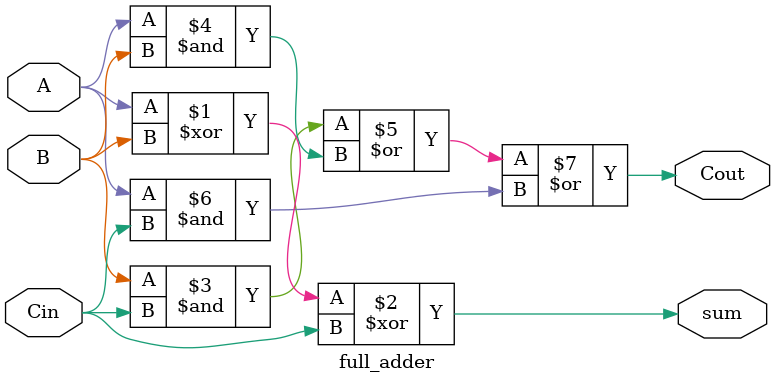
<source format=v>
module full_adder(
    input A, B, Cin,
    output Cout, sum
);

    assign sum = A ^ B ^ Cin;
    assign Cout = B & Cin | A & B | A & Cin;
    
    
endmodule

</source>
